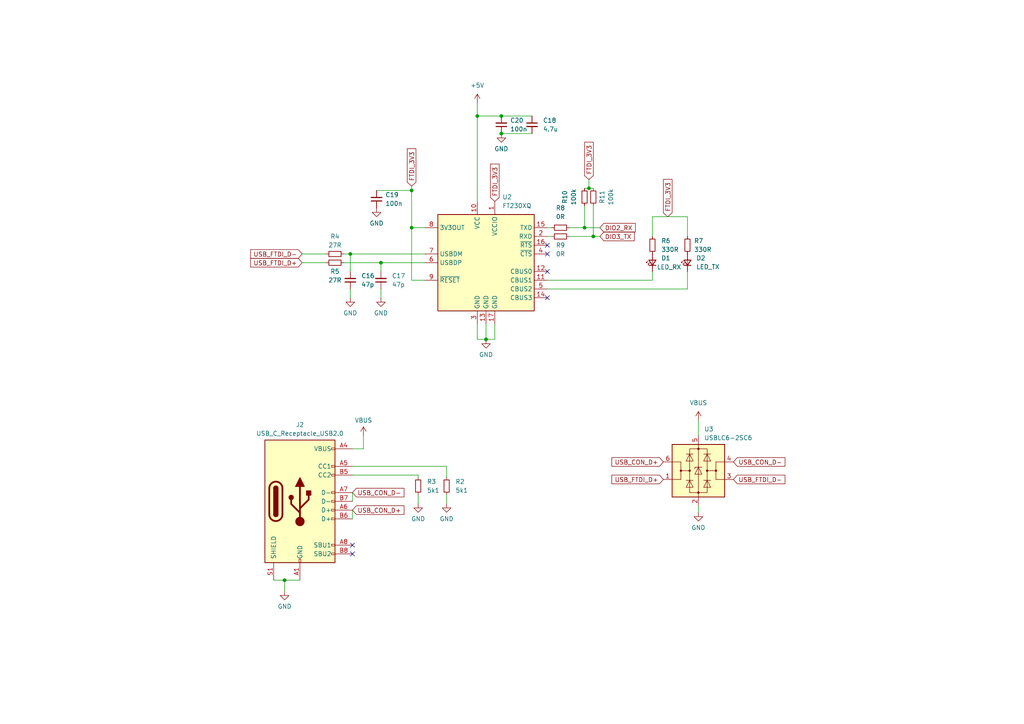
<source format=kicad_sch>
(kicad_sch (version 20230121) (generator eeschema)
  (paper "A4")
  (title_block (title "CC2652 Zigbee Coordinator/Breakout") (date "2023-12-29") (rev "v1") (company "Electrodonkey 2023") (comment 1 "MIT Licence"))
  (lib_symbols
    (symbol "Connector:USB_C_Receptacle_USB2.0" (pin_names (offset 1.016))
      (property "Reference" "J" (at -10.16 19.05 0))
      (property "Value" "USB_C_Receptacle_USB2.0" (at 19.05 19.05 0))
      (symbol "USB_C_Receptacle_USB2.0_0_0"
        (rectangle (start -0.254 -17.78) (end 0.254 -16.764))
        (rectangle (start 10.16 -14.986) (end 9.144 -15.494))
        (rectangle (start 10.16 -12.446) (end 9.144 -12.954))
        (rectangle (start 10.16 -4.826) (end 9.144 -5.334))
        (rectangle (start 10.16 -2.286) (end 9.144 -2.794))
        (rectangle (start 10.16 0.254) (end 9.144 -0.254))
        (rectangle (start 10.16 2.794) (end 9.144 2.286))
        (rectangle (start 10.16 7.874) (end 9.144 7.366))
        (rectangle (start 10.16 10.414) (end 9.144 9.906))
        (rectangle (start 10.16 15.494) (end 9.144 14.986))
      )
      (symbol "USB_C_Receptacle_USB2.0_0_1"
        (rectangle (start -10.16 17.78) (end 10.16 -17.78) (stroke (width 0.254)) (fill (type background)))
        (arc (start -8.89 -3.81) (mid -6.985 -5.7067) (end -5.08 -3.81) (stroke (width 0.508)))
        (arc (start -7.62 -3.81) (mid -6.985 -4.4423) (end -6.35 -3.81) (stroke (width 0.254)))
        (arc (start -7.62 -3.81) (mid -6.985 -4.4423) (end -6.35 -3.81) (stroke (width 0.254)) (fill (type outline)))
        (rectangle (start -7.62 -3.81) (end -6.35 3.81) (stroke (width 0.254)) (fill (type outline)))
        (arc (start -6.35 3.81) (mid -6.985 4.4423) (end -7.62 3.81) (stroke (width 0.254)))
        (arc (start -6.35 3.81) (mid -6.985 4.4423) (end -7.62 3.81) (stroke (width 0.254)) (fill (type outline)))
        (arc (start -5.08 3.81) (mid -6.985 5.7067) (end -8.89 3.81) (stroke (width 0.508)))
        (circle (center -2.54 1.143) (radius 0.635) (stroke (width 0.254)) (fill (type outline)))
        (circle (center 0 -5.842) (radius 1.27) (fill (type outline)))
        (polyline (pts (xy -8.89 -3.81) (xy -8.89 3.81)) (stroke (width 0.508)))
        (polyline (pts (xy -5.08 3.81) (xy -5.08 -3.81)) (stroke (width 0.508)))
        (polyline (pts (xy 0 -5.842) (xy 0 4.318)) (stroke (width 0.508)))
        (polyline (pts (xy 0 -3.302) (xy -2.54 -0.762) (xy -2.54 0.508)) (stroke (width 0.508)))
        (polyline (pts (xy 0 -2.032) (xy 2.54 0.508) (xy 2.54 1.778)) (stroke (width 0.508)))
        (polyline (pts (xy -1.27 4.318) (xy 0 6.858) (xy 1.27 4.318) (xy -1.27 4.318)) (stroke (width 0.254)) (fill (type outline)))
        (rectangle (start 1.905 1.778) (end 3.175 3.048) (stroke (width 0.254)) (fill (type outline)))
      )
      (symbol "USB_C_Receptacle_USB2.0_1_1"
        (pin passive line (at 0 -22.86 90) (length 5.08) (name "GND") (number "A1"))
        (pin passive line (at 0 -22.86 90) (length 5.08) hide (name "GND") (number "A12"))
        (pin passive line (at 15.24 15.24 180) (length 5.08) (name "VBUS") (number "A4"))
        (pin bidirectional line (at 15.24 10.16 180) (length 5.08) (name "CC1") (number "A5"))
        (pin bidirectional line (at 15.24 -2.54 180) (length 5.08) (name "D+") (number "A6"))
        (pin bidirectional line (at 15.24 2.54 180) (length 5.08) (name "D-") (number "A7"))
        (pin bidirectional line (at 15.24 -12.7 180) (length 5.08) (name "SBU1") (number "A8"))
        (pin passive line (at 15.24 15.24 180) (length 5.08) hide (name "VBUS") (number "A9"))
        (pin passive line (at 0 -22.86 90) (length 5.08) hide (name "GND") (number "B1"))
        (pin passive line (at 0 -22.86 90) (length 5.08) hide (name "GND") (number "B12"))
        (pin passive line (at 15.24 15.24 180) (length 5.08) hide (name "VBUS") (number "B4"))
        (pin bidirectional line (at 15.24 7.62 180) (length 5.08) (name "CC2") (number "B5"))
        (pin bidirectional line (at 15.24 -5.08 180) (length 5.08) (name "D+") (number "B6"))
        (pin bidirectional line (at 15.24 0 180) (length 5.08) (name "D-") (number "B7"))
        (pin bidirectional line (at 15.24 -15.24 180) (length 5.08) (name "SBU2") (number "B8"))
        (pin passive line (at 15.24 15.24 180) (length 5.08) hide (name "VBUS") (number "B9"))
        (pin passive line (at -7.62 -22.86 90) (length 5.08) (name "SHIELD") (number "S1"))
      )
    )
    (symbol "Device:C_Small" (pin_numbers hide) (pin_names (offset 0.254) hide)
      (property "Reference" "C" (at 0.254 1.778 0))
      (property "Value" "C_Small" (at 0.254 -2.032 0))
      (symbol "C_Small_0_1"
        (polyline (pts (xy -1.524 -0.508) (xy 1.524 -0.508)) (stroke (width 0.3302)))
        (polyline (pts (xy -1.524 0.508) (xy 1.524 0.508)) (stroke (width 0.3048)))
      )
      (symbol "C_Small_1_1"
        (pin passive line (at 0 2.54 270) (length 2.032) (name "~") (number "1"))
        (pin passive line (at 0 -2.54 90) (length 2.032) (name "~") (number "2"))
      )
    )
    (symbol "Device:LED_Small" (pin_numbers hide) (pin_names (offset 0.254) hide)
      (property "Reference" "D" (at -1.27 3.175 0))
      (property "Value" "LED_Small" (at -4.445 -2.54 0))
      (symbol "LED_Small_0_1"
        (polyline (pts (xy -0.762 -1.016) (xy -0.762 1.016)) (stroke (width 0.254)))
        (polyline (pts (xy 1.016 0) (xy -0.762 0)))
        (polyline (pts (xy 0.762 -1.016) (xy -0.762 0) (xy 0.762 1.016) (xy 0.762 -1.016)) (stroke (width 0.254)))
        (polyline (pts (xy 0 0.762) (xy -0.508 1.27) (xy -0.254 1.27) (xy -0.508 1.27) (xy -0.508 1.016)))
        (polyline (pts (xy 0.508 1.27) (xy 0 1.778) (xy 0.254 1.778) (xy 0 1.778) (xy 0 1.524)))
      )
      (symbol "LED_Small_1_1"
        (pin passive line (at -2.54 0 0) (length 1.778) (name "K") (number "1"))
        (pin passive line (at 2.54 0 180) (length 1.778) (name "A") (number "2"))
      )
    )
    (symbol "Device:R_Small" (pin_numbers hide) (pin_names (offset 0.254) hide)
      (property "Reference" "R" (at 0.762 0.508 0))
      (property "Value" "R_Small" (at 0.762 -1.016 0))
      (symbol "R_Small_0_1"
        (rectangle (start -0.762 1.778) (end 0.762 -1.778) (stroke (width 0.2032)))
      )
      (symbol "R_Small_1_1"
        (pin passive line (at 0 2.54 270) (length 0.762) (name "~") (number "1"))
        (pin passive line (at 0 -2.54 90) (length 0.762) (name "~") (number "2"))
      )
    )
    (symbol "Interface_USB:FT230XQ"
      (property "Reference" "U" (at -13.97 15.24 0))
      (property "Value" "FT230XQ" (at 7.62 15.24 0))
      (symbol "FT230XQ_0_1"
        (rectangle (start -13.97 13.97) (end 13.97 -13.97) (stroke (width 0.254)) (fill (type background)))
      )
      (symbol "FT230XQ_1_1"
        (pin power_in line (at 2.54 17.78 270) (length 3.81) (name "VCCIO") (number "1"))
        (pin power_in line (at -2.54 17.78 270) (length 3.81) (name "VCC") (number "10"))
        (pin bidirectional line (at 17.78 -5.08 180) (length 3.81) (name "CBUS1") (number "11"))
        (pin bidirectional line (at 17.78 -2.54 180) (length 3.81) (name "CBUS0") (number "12"))
        (pin power_in line (at 0 -17.78 90) (length 3.81) (name "GND") (number "13"))
        (pin bidirectional line (at 17.78 -10.16 180) (length 3.81) (name "CBUS3") (number "14"))
        (pin output line (at 17.78 10.16 180) (length 3.81) (name "TXD") (number "15"))
        (pin output line (at 17.78 5.08 180) (length 3.81) (name "~{RTS}") (number "16"))
        (pin power_in line (at 2.54 -17.78 90) (length 3.81) (name "GND") (number "17"))
        (pin input line (at 17.78 7.62 180) (length 3.81) (name "RXD") (number "2"))
        (pin power_in line (at -2.54 -17.78 90) (length 3.81) (name "GND") (number "3"))
        (pin input line (at 17.78 2.54 180) (length 3.81) (name "~{CTS}") (number "4"))
        (pin bidirectional line (at 17.78 -7.62 180) (length 3.81) (name "CBUS2") (number "5"))
        (pin bidirectional line (at -17.78 0 0) (length 3.81) (name "USBDP") (number "6"))
        (pin bidirectional line (at -17.78 2.54 0) (length 3.81) (name "USBDM") (number "7"))
        (pin power_out line (at -17.78 10.16 0) (length 3.81) (name "3V3OUT") (number "8"))
        (pin input line (at -17.78 -5.08 0) (length 3.81) (name "~{RESET}") (number "9"))
      )
    )
    (symbol "Power_Protection:USBLC6-2SC6" (pin_names hide)
      (property "Reference" "U" (at 2.54 8.89 0))
      (property "Value" "USBLC6-2SC6" (at 2.54 -8.89 0))
      (symbol "USBLC6-2SC6_0_1"
        (rectangle (start -7.62 -7.62) (end 7.62 7.62) (stroke (width 0.254)) (fill (type background)))
        (circle (center -5.08 0) (radius 0.254) (fill (type outline)))
        (circle (center -2.54 0) (radius 0.254) (fill (type outline)))
        (rectangle (start -2.54 6.35) (end 2.54 -6.35))
        (circle (center 0 -6.35) (radius 0.254) (fill (type outline)))
        (polyline (pts (xy -5.08 -2.54) (xy -7.62 -2.54)))
        (polyline (pts (xy -5.08 0) (xy -5.08 -2.54)))
        (polyline (pts (xy -5.08 2.54) (xy -7.62 2.54)))
        (polyline (pts (xy -1.524 -2.794) (xy -3.556 -2.794)))
        (polyline (pts (xy -1.524 4.826) (xy -3.556 4.826)))
        (polyline (pts (xy 0 -7.62) (xy 0 -6.35)))
        (polyline (pts (xy 0 -6.35) (xy 0 1.27)))
        (polyline (pts (xy 0 1.27) (xy 0 6.35)))
        (polyline (pts (xy 0 6.35) (xy 0 7.62)))
        (polyline (pts (xy 1.524 -2.794) (xy 3.556 -2.794)))
        (polyline (pts (xy 1.524 4.826) (xy 3.556 4.826)))
        (polyline (pts (xy 5.08 -2.54) (xy 7.62 -2.54)))
        (polyline (pts (xy 5.08 0) (xy 5.08 -2.54)))
        (polyline (pts (xy 5.08 2.54) (xy 7.62 2.54)))
        (polyline (pts (xy -2.54 0) (xy -5.08 0) (xy -5.08 2.54)))
        (polyline (pts (xy 2.54 0) (xy 5.08 0) (xy 5.08 2.54)))
        (polyline (pts (xy -3.556 -4.826) (xy -1.524 -4.826) (xy -2.54 -2.794) (xy -3.556 -4.826)))
        (polyline (pts (xy -3.556 2.794) (xy -1.524 2.794) (xy -2.54 4.826) (xy -3.556 2.794)))
        (polyline (pts (xy -1.016 -1.016) (xy 1.016 -1.016) (xy 0 1.016) (xy -1.016 -1.016)))
        (polyline (pts (xy 1.016 1.016) (xy 0.762 1.016) (xy -1.016 1.016) (xy -1.016 0.508)))
        (polyline (pts (xy 3.556 -4.826) (xy 1.524 -4.826) (xy 2.54 -2.794) (xy 3.556 -4.826)))
        (polyline (pts (xy 3.556 2.794) (xy 1.524 2.794) (xy 2.54 4.826) (xy 3.556 2.794)))
        (circle (center 0 6.35) (radius 0.254) (fill (type outline)))
        (circle (center 2.54 0) (radius 0.254) (fill (type outline)))
        (circle (center 5.08 0) (radius 0.254) (fill (type outline)))
      )
      (symbol "USBLC6-2SC6_1_1"
        (pin passive line (at -10.16 -2.54 0) (length 2.54) (name "I/O1") (number "1"))
        (pin passive line (at 0 -10.16 90) (length 2.54) (name "GND") (number "2"))
        (pin passive line (at 10.16 -2.54 180) (length 2.54) (name "I/O2") (number "3"))
        (pin passive line (at 10.16 2.54 180) (length 2.54) (name "I/O2") (number "4"))
        (pin passive line (at 0 10.16 270) (length 2.54) (name "VBUS") (number "5"))
        (pin passive line (at -10.16 2.54 0) (length 2.54) (name "I/O1") (number "6"))
      )
    )
    (symbol "power:+5V" (power) (pin_names (offset 0))
      (property "Value" "+5V" (at 0 3.556 0))
      (symbol "+5V_0_1"
        (polyline (pts (xy -0.762 1.27) (xy 0 2.54)))
        (polyline (pts (xy 0 0) (xy 0 2.54)))
        (polyline (pts (xy 0 2.54) (xy 0.762 1.27)))
      )
      (symbol "+5V_1_1"
        (pin power_in line (at 0 0 90) (length 0) hide (name "+5V") (number "1"))
      )
    )
    (symbol "power:GND" (power) (pin_names (offset 0))
      (property "Value" "GND" (at 0 -3.81 0))
      (symbol "GND_0_1"
        (polyline (pts (xy 0 0) (xy 0 -1.27) (xy 1.27 -1.27) (xy 0 -2.54) (xy -1.27 -1.27) (xy 0 -1.27)))
      )
      (symbol "GND_1_1"
        (pin power_in line (at 0 0 270) (length 0) hide (name "GND") (number "1"))
      )
    )
    (symbol "power:VBUS" (power) (pin_names (offset 0))
      (property "Value" "VBUS" (at 0 3.81 0))
      (symbol "VBUS_0_1"
        (polyline (pts (xy -0.762 1.27) (xy 0 2.54)))
        (polyline (pts (xy 0 0) (xy 0 2.54)))
        (polyline (pts (xy 0 2.54) (xy 0.762 1.27)))
      )
      (symbol "VBUS_1_1"
        (pin power_in line (at 0 0 90) (length 0) hide (name "VBUS") (number "1"))
      )
    )
  )
  (junction (at 119.38 66.04))
  (junction (at 145.415 33.655))
  (junction (at 119.38 55.245))
  (junction (at 138.43 33.655))
  (junction (at 140.97 98.425))
  (junction (at 82.55 168.275))
  (junction (at 101.6 73.66))
  (junction (at 110.49 76.2))
  (junction (at 172.085 68.58))
  (junction (at 170.815 54.61))
  (junction (at 145.415 38.735))
  (junction (at 169.545 66.04))
  (no_connect (at 102.235 160.655))
  (no_connect (at 102.235 158.115))
  (no_connect (at 158.75 86.36))
  (no_connect (at 158.75 73.66))
  (no_connect (at 158.75 78.74))
  (no_connect (at 158.75 71.12))
  (wire (pts (xy 101.6 73.66) (xy 101.6 78.74)))
  (wire (pts (xy 170.815 52.07) (xy 170.815 54.61)))
  (wire (pts (xy 169.545 59.69) (xy 169.545 66.04)))
  (wire (pts (xy 101.6 83.82) (xy 101.6 86.36)))
  (wire (pts (xy 79.375 168.275) (xy 82.55 168.275)))
  (wire (pts (xy 105.41 126.365) (xy 105.41 130.175)))
  (wire (pts (xy 202.565 121.92) (xy 202.565 126.365)))
  (wire (pts (xy 165.1 68.58) (xy 172.085 68.58)))
  (wire (pts (xy 189.23 81.28) (xy 158.75 81.28)))
  (wire (pts (xy 189.23 62.865) (xy 199.39 62.865)))
  (wire (pts (xy 138.43 98.425) (xy 138.43 93.98)))
  (wire (pts (xy 169.545 66.04) (xy 173.99 66.04)))
  (wire (pts (xy 121.285 143.51) (xy 121.285 146.05)))
  (wire (pts (xy 102.235 137.795) (xy 121.285 137.795)))
  (wire (pts (xy 102.235 142.875) (xy 102.235 145.415)))
  (wire (pts (xy 119.38 55.245) (xy 119.38 66.04)))
  (wire (pts (xy 109.22 55.245) (xy 119.38 55.245)))
  (wire (pts (xy 110.49 76.2) (xy 123.19 76.2)))
  (wire (pts (xy 119.38 81.28) (xy 119.38 66.04)))
  (wire (pts (xy 143.51 98.425) (xy 143.51 93.98)))
  (wire (pts (xy 119.38 66.04) (xy 123.19 66.04)))
  (wire (pts (xy 87.63 76.2) (xy 94.615 76.2)))
  (wire (pts (xy 202.565 146.685) (xy 202.565 148.59)))
  (wire (pts (xy 172.085 68.58) (xy 173.99 68.58)))
  (wire (pts (xy 102.235 135.255) (xy 129.54 135.255)))
  (wire (pts (xy 199.39 83.82) (xy 158.75 83.82)))
  (wire (pts (xy 165.1 66.04) (xy 169.545 66.04)))
  (wire (pts (xy 199.39 78.74) (xy 199.39 83.82)))
  (wire (pts (xy 99.695 76.2) (xy 110.49 76.2)))
  (wire (pts (xy 119.38 53.975) (xy 119.38 55.245)))
  (wire (pts (xy 145.415 33.655) (xy 154.305 33.655)))
  (wire (pts (xy 87.63 73.66) (xy 94.615 73.66)))
  (wire (pts (xy 82.55 168.275) (xy 82.55 171.45)))
  (wire (pts (xy 129.54 143.51) (xy 129.54 146.05)))
  (wire (pts (xy 170.815 54.61) (xy 172.085 54.61)))
  (wire (pts (xy 102.235 147.955) (xy 102.235 150.495)))
  (wire (pts (xy 110.49 83.82) (xy 110.49 86.36)))
  (wire (pts (xy 172.085 59.69) (xy 172.085 68.58)))
  (wire (pts (xy 138.43 33.655) (xy 138.43 58.42)))
  (wire (pts (xy 99.695 73.66) (xy 101.6 73.66)))
  (wire (pts (xy 123.19 81.28) (xy 119.38 81.28)))
  (wire (pts (xy 101.6 73.66) (xy 123.19 73.66)))
  (wire (pts (xy 121.285 137.795) (xy 121.285 138.43)))
  (wire (pts (xy 102.235 130.175) (xy 105.41 130.175)))
  (wire (pts (xy 189.23 78.74) (xy 189.23 81.28)))
  (wire (pts (xy 169.545 54.61) (xy 170.815 54.61)))
  (wire (pts (xy 145.415 33.655) (xy 138.43 33.655)))
  (wire (pts (xy 145.415 38.735) (xy 154.305 38.735)))
  (wire (pts (xy 158.75 68.58) (xy 160.02 68.58)))
  (wire (pts (xy 140.97 93.98) (xy 140.97 98.425)))
  (wire (pts (xy 140.97 98.425) (xy 143.51 98.425)))
  (wire (pts (xy 138.43 29.845) (xy 138.43 33.655)))
  (wire (pts (xy 129.54 135.255) (xy 129.54 138.43)))
  (wire (pts (xy 158.75 66.04) (xy 160.02 66.04)))
  (wire (pts (xy 82.55 168.275) (xy 86.995 168.275)))
  (wire (pts (xy 140.97 98.425) (xy 138.43 98.425)))
  (wire (pts (xy 110.49 76.2) (xy 110.49 78.74)))
  (wire (pts (xy 199.39 62.865) (xy 199.39 68.58)))
  (wire (pts (xy 189.23 62.865) (xy 189.23 68.58)))
  (global_label "USB_FTDI_D-" (shape input) (at 87.63 73.66 180) (property "Intersheetrefs" "${INTERSHEET_REFS}" (effects hide)))
  (global_label "DIO3_TX" (shape input) (at 173.99 68.58 0) (property "Intersheetrefs" "${INTERSHEET_REFS}" (effects hide)))
  (global_label "USB_FTDI_D+" (shape input) (at 87.63 76.2 180) (property "Intersheetrefs" "${INTERSHEET_REFS}" (effects hide)))
  (global_label "USB_FTDI_D+" (shape input) (at 192.405 139.065 180) (property "Intersheetrefs" "${INTERSHEET_REFS}" (effects hide)))
  (global_label "USB_CON_D-" (shape input) (at 212.725 133.985 0) (property "Intersheetrefs" "${INTERSHEET_REFS}" (effects hide)))
  (global_label "USB_CON_D+" (shape input) (at 102.235 147.955 0) (property "Intersheetrefs" "${INTERSHEET_REFS}" (effects hide)))
  (global_label "USB_CON_D-" (shape input) (at 102.235 142.875 0) (property "Intersheetrefs" "${INTERSHEET_REFS}" (effects hide)))
  (global_label "FTDI_3V3" (shape input) (at 143.51 58.42 90) (property "Intersheetrefs" "${INTERSHEET_REFS}" (effects hide)))
  (global_label "FTDI_3V3" (shape input) (at 119.38 53.975 90) (property "Intersheetrefs" "${INTERSHEET_REFS}" (effects hide)))
  (global_label "FTDI_3V3" (shape input) (at 193.675 62.865 90) (property "Intersheetrefs" "${INTERSHEET_REFS}" (effects hide)))
  (global_label "USB_FTDI_D-" (shape input) (at 212.725 139.065 0) (property "Intersheetrefs" "${INTERSHEET_REFS}" (effects hide)))
  (global_label "USB_CON_D+" (shape input) (at 192.405 133.985 180) (property "Intersheetrefs" "${INTERSHEET_REFS}" (effects hide)))
  (global_label "DIO2_RX" (shape input) (at 173.99 66.04 0) (property "Intersheetrefs" "${INTERSHEET_REFS}" (effects hide)))
  (global_label "FTDI_3V3" (shape input) (at 170.815 52.07 90) (property "Intersheetrefs" "${INTERSHEET_REFS}" (effects hide)))
  (symbol (lib_id "Device:R_Small") (at 97.155 73.66 90) (unit 1)
    (property "Reference" "R4" (at 97.155 68.58 90))
    (property "Value" "27R" (at 97.155 71.12 90))
    (property "Footprint" "Resistor_SMD:R_0402_1005Metric_Pad0.72x0.64mm_HandSolder" (effects hide))
    (instances (project "zigbee_coordinator" (path "" (reference "R4") (unit 1)) (path "" (reference "R10") (unit 1))))
  )
  (symbol (lib_id "Device:R_Small") (at 97.155 76.2 90) (unit 1)
    (property "Reference" "R5" (at 97.155 78.74 90))
    (property "Value" "27R" (at 97.155 81.28 90))
    (property "Footprint" "Resistor_SMD:R_0402_1005Metric_Pad0.72x0.64mm_HandSolder" (effects hide))
    (instances (project "zigbee_coordinator" (path "" (reference "R5") (unit 1)) (path "" (reference "R11") (unit 1))))
  )
  (symbol (lib_id "power:VBUS") (at 105.41 126.365 0) (unit 1)
    (property "Reference" "#PWR018" (effects hide))
    (property "Value" "VBUS" (at 105.41 121.92 0))
  )
  (symbol (lib_id "Connector:USB_C_Receptacle_USB2.0") (at 86.995 145.415 0) (unit 1)
    (property "Reference" "J2" (at 86.995 123.19 0))
    (property "Value" "USB_C_Receptacle_USB2.0" (at 86.995 125.73 0))
    (property "Footprint" "Connector_USB:USB_C_Receptacle_GCT_USB4105-xx-A_16P_TopMnt_Horizontal" (effects hide))
    (property "Datasheet" "https://www.usb.org/sites/default/files/documents/usb_type-c.zip" (effects hide))
  )
  (symbol (lib_id "Device:R_Small") (at 162.56 68.58 270) (unit 1)
    (property "Reference" "R9" (at 162.56 71.12 90))
    (property "Value" "0R" (at 162.56 73.66 90))
    (property "Footprint" "Resistor_SMD:R_0402_1005Metric_Pad0.72x0.64mm_HandSolder" (effects hide))
    (instances (project "zigbee_coordinator" (path "" (reference "R9") (unit 1)) (path "" (reference "R7") (unit 1))))
  )
  (symbol (lib_id "Device:LED_Small") (at 189.23 76.2 90) (unit 1)
    (property "Reference" "D1" (at 191.77 74.8665 90) (effects (justify right)))
    (property "Value" "LED_RX" (at 190.5 77.47 90) (effects (justify right)))
    (property "Footprint" "LED_SMD:LED_0402_1005Metric_Pad0.77x0.64mm_HandSolder" (effects hide))
  )
  (symbol (lib_id "Device:C_Small") (at 154.305 36.195 0) (unit 1)
    (property "Reference" "C18" (at 157.48 34.9313 0) (effects (justify left)))
    (property "Value" "4.7u" (at 157.48 37.4713 0) (effects (justify left)))
    (property "Footprint" "Capacitor_SMD:C_0402_1005Metric_Pad0.74x0.62mm_HandSolder" (effects hide))
    (instances (project "zigbee_coordinator" (path "" (reference "C18") (unit 1)) (path "" (reference "C17") (unit 1))))
  )
  (symbol (lib_id "Device:C_Small") (at 110.49 81.28 180) (unit 1)
    (property "Reference" "C17" (at 113.665 80.0036 0) (effects (justify right)))
    (property "Value" "47p" (at 113.665 82.5436 0) (effects (justify right)))
    (property "Footprint" "Capacitor_SMD:C_0402_1005Metric_Pad0.74x0.62mm_HandSolder" (effects hide))
    (instances (project "zigbee_coordinator" (path "" (reference "C17") (unit 1)) (path "" (reference "C20") (unit 1))))
  )
  (symbol (lib_id "Device:LED_Small") (at 199.39 76.2 90) (unit 1)
    (property "Reference" "D2" (at 201.93 74.8665 90) (effects (justify right)))
    (property "Value" "LED_TX" (at 201.93 77.4065 90) (effects (justify right)))
    (property "Footprint" "LED_SMD:LED_0402_1005Metric_Pad0.77x0.64mm_HandSolder" (effects hide))
  )
  (symbol (lib_id "power:GND") (at 129.54 146.05 0) (unit 1)
    (property "Reference" "#PWR016" (effects hide))
    (property "Value" "GND" (at 129.54 150.495 0))
    (instances (project "zigbee_coordinator" (path "" (reference "#PWR016") (unit 1)) (path "" (reference "#PWR026") (unit 1))))
  )
  (symbol (lib_id "power:GND") (at 140.97 98.425 0) (unit 1)
    (property "Reference" "#PWR025" (effects hide))
    (property "Value" "GND" (at 140.97 102.87 0))
    (instances (project "zigbee_coordinator" (path "" (reference "#PWR025") (unit 1)) (path "" (reference "#PWR029") (unit 1))))
  )
  (symbol (lib_id "Device:C_Small") (at 109.22 57.785 180) (unit 1)
    (property "Reference" "C19" (at 111.76 56.5086 0) (effects (justify right)))
    (property "Value" "100n" (at 111.76 59.0486 0) (effects (justify right)))
    (property "Footprint" "Capacitor_SMD:C_0402_1005Metric_Pad0.74x0.62mm_HandSolder" (effects hide))
    (instances (project "zigbee_coordinator" (path "" (reference "C19") (unit 1)) (path "" (reference "C18") (unit 1))))
  )
  (symbol (lib_id "power:GND") (at 110.49 86.36 0) (unit 1)
    (property "Reference" "#PWR021" (effects hide))
    (property "Value" "GND" (at 110.49 90.805 0))
    (instances (project "zigbee_coordinator" (path "" (reference "#PWR021") (unit 1)) (path "" (reference "#PWR025") (unit 1))))
  )
  (symbol (lib_id "power:GND") (at 121.285 146.05 0) (unit 1)
    (property "Reference" "#PWR017" (effects hide))
    (property "Value" "GND" (at 121.285 150.495 0))
    (instances (project "zigbee_coordinator" (path "" (reference "#PWR017") (unit 1)) (path "" (reference "#PWR019") (unit 1))))
  )
  (symbol (lib_id "Interface_USB:FT230XQ") (at 140.97 76.2 0) (unit 1)
    (property "Reference" "U2" (at 145.7041 57.15 0) (effects (justify left)))
    (property "Value" "FT230XQ" (at 145.7041 59.69 0) (effects (justify left)))
    (property "Footprint" "Package_DFN_QFN:QFN-16-1EP_4x4mm_P0.65mm_EP2.1x2.1mm" (effects hide))
    (property "Datasheet" "https://www.ftdichip.com/Support/Documents/DataSheets/ICs/DS_FT230X.pdf" (effects hide))
  )
  (symbol (lib_id "Device:R_Small") (at 162.56 66.04 270) (unit 1)
    (property "Reference" "R8" (at 162.56 60.325 90))
    (property "Value" "0R" (at 162.56 62.865 90))
    (property "Footprint" "Resistor_SMD:R_0402_1005Metric_Pad0.72x0.64mm_HandSolder" (effects hide))
    (instances (project "zigbee_coordinator" (path "" (reference "R8") (unit 1)) (path "" (reference "R6") (unit 1))))
  )
  (symbol (lib_id "power:+5V") (at 138.43 29.845 0) (unit 1)
    (property "Reference" "#PWR022" (effects hide))
    (property "Value" "+5V" (at 138.43 24.765 0))
    (instances (project "zigbee_coordinator" (path "" (reference "#PWR022") (unit 1)) (path "" (reference "#PWR021") (unit 1))))
  )
  (symbol (lib_id "power:GND") (at 145.415 38.735 0) (unit 1)
    (property "Reference" "#PWR024" (effects hide))
    (property "Value" "GND" (at 145.415 43.18 0))
    (instances (project "zigbee_coordinator" (path "" (reference "#PWR024") (unit 1)) (path "" (reference "#PWR022") (unit 1))))
  )
  (symbol (lib_id "Device:R_Small") (at 129.54 140.97 0) (unit 1)
    (property "Reference" "R2" (at 132.08 139.7 0) (effects (justify left)))
    (property "Value" "5k1" (at 132.08 142.24 0) (effects (justify left)))
    (property "Footprint" "Resistor_SMD:R_0402_1005Metric_Pad0.72x0.64mm_HandSolder" (effects hide))
    (instances (project "zigbee_coordinator" (path "" (reference "R2") (unit 1)) (path "" (reference "R3") (unit 1))))
  )
  (symbol (lib_id "Device:C_Small") (at 145.415 36.195 180) (unit 1)
    (property "Reference" "C20" (at 147.955 34.9186 0) (effects (justify right)))
    (property "Value" "100n" (at 147.955 37.4586 0) (effects (justify right)))
    (property "Footprint" "Capacitor_SMD:C_0402_1005Metric_Pad0.74x0.62mm_HandSolder" (effects hide))
    (instances (project "zigbee_coordinator" (path "" (reference "C20") (unit 1)) (path "" (reference "C16") (unit 1))))
  )
  (symbol (lib_id "Device:C_Small") (at 101.6 81.28 180) (unit 1)
    (property "Reference" "C16" (at 104.775 80.0036 0) (effects (justify right)))
    (property "Value" "47p" (at 104.775 82.5436 0) (effects (justify right)))
    (property "Footprint" "Capacitor_SMD:C_0402_1005Metric_Pad0.74x0.62mm_HandSolder" (effects hide))
    (instances (project "zigbee_coordinator" (path "" (reference "C16") (unit 1)) (path "" (reference "C19") (unit 1))))
  )
  (symbol (lib_id "power:GND") (at 82.55 171.45 0) (unit 1)
    (property "Reference" "#PWR019" (effects hide))
    (property "Value" "GND" (at 82.55 175.895 0))
    (instances (project "zigbee_coordinator" (path "" (reference "#PWR019") (unit 1)) (path "" (reference "#PWR028") (unit 1))))
  )
  (symbol (lib_id "Power_Protection:USBLC6-2SC6") (at 202.565 136.525 0) (unit 1)
    (property "Reference" "U3" (at 204.2161 124.46 0) (effects (justify left)))
    (property "Value" "USBLC6-2SC6" (at 204.2161 127 0) (effects (justify left)))
    (property "Footprint" "Package_TO_SOT_SMD:SOT-23-6" (effects hide))
    (property "Datasheet" "https://www.st.com/resource/en/datasheet/usblc6-2.pdf" (effects hide))
  )
  (symbol (lib_id "power:GND") (at 202.565 148.59 0) (unit 1)
    (property "Reference" "#PWR015" (effects hide))
    (property "Value" "GND" (at 202.565 153.035 0))
    (instances (project "zigbee_coordinator" (path "" (reference "#PWR015") (unit 1)) (path "" (reference "#PWR027") (unit 1))))
  )
  (symbol (lib_id "power:GND") (at 101.6 86.36 0) (unit 1)
    (property "Reference" "#PWR020" (effects hide))
    (property "Value" "GND" (at 101.6 90.805 0))
    (instances (project "zigbee_coordinator" (path "" (reference "#PWR020") (unit 1)) (path "" (reference "#PWR024") (unit 1))))
  )
  (symbol (lib_id "power:VBUS") (at 202.565 121.92 0) (unit 1)
    (property "Reference" "#PWR014" (effects hide))
    (property "Value" "VBUS" (at 202.565 116.84 0))
    (instances (project "zigbee_coordinator" (path "" (reference "#PWR014") (unit 1)) (path "" (reference "#PWR016") (unit 1))))
  )
  (symbol (lib_id "power:GND") (at 109.22 60.325 0) (unit 1)
    (property "Reference" "#PWR023" (effects hide))
    (property "Value" "GND" (at 109.22 64.77 0))
  )
  (symbol (lib_id "Device:R_Small") (at 172.085 57.15 0) (unit 1)
    (property "Reference" "R11" (at 174.625 57.15 90))
    (property "Value" "100k" (at 177.165 57.15 90))
    (property "Footprint" "Resistor_SMD:R_0402_1005Metric_Pad0.72x0.64mm_HandSolder" (effects hide))
    (instances (project "zigbee_coordinator" (path "" (reference "R11") (unit 1)) (path "" (reference "R5") (unit 1))))
  )
  (symbol (lib_id "Device:R_Small") (at 199.39 71.12 180) (unit 1)
    (property "Reference" "R7" (at 201.295 69.85 0) (effects (justify right)))
    (property "Value" "330R" (at 201.295 72.39 0) (effects (justify right)))
    (property "Footprint" "Resistor_SMD:R_0402_1005Metric_Pad0.72x0.64mm_HandSolder" (effects hide))
    (instances (project "zigbee_coordinator" (path "" (reference "R7") (unit 1)) (path "" (reference "R9") (unit 1))))
  )
  (symbol (lib_id "Device:R_Small") (at 121.285 140.97 0) (unit 1)
    (property "Reference" "R3" (at 123.825 139.7 0) (effects (justify left)))
    (property "Value" "5k1" (at 123.825 142.24 0) (effects (justify left)))
    (property "Footprint" "Resistor_SMD:R_0402_1005Metric_Pad0.72x0.64mm_HandSolder" (effects hide))
    (instances (project "zigbee_coordinator" (path "" (reference "R3") (unit 1)) (path "" (reference "R2") (unit 1))))
  )
  (symbol (lib_id "Device:R_Small") (at 189.23 71.12 180) (unit 1)
    (property "Reference" "R6" (at 191.77 69.85 0) (effects (justify right)))
    (property "Value" "330R" (at 191.77 72.39 0) (effects (justify right)))
    (property "Footprint" "Resistor_SMD:R_0402_1005Metric_Pad0.72x0.64mm_HandSolder" (effects hide))
    (instances (project "zigbee_coordinator" (path "" (reference "R6") (unit 1)) (path "" (reference "R8") (unit 1))))
  )
  (symbol (lib_id "Device:R_Small") (at 169.545 57.15 0) (unit 1)
    (property "Reference" "R10" (at 163.83 57.15 90))
    (property "Value" "100k" (at 166.37 57.15 90))
    (property "Footprint" "Resistor_SMD:R_0402_1005Metric_Pad0.72x0.64mm_HandSolder" (effects hide))
    (instances (project "zigbee_coordinator" (path "" (reference "R10") (unit 1)) (path "" (reference "R4") (unit 1))))
  )
)
</source>
